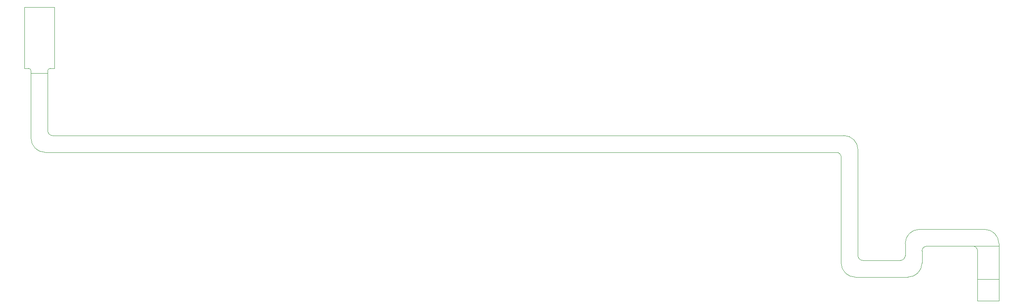
<source format=gm1>
G04*
G04 #@! TF.GenerationSoftware,Altium Limited,Altium Designer,19.1.8 (144)*
G04*
G04 Layer_Color=16711935*
%FSLAX43Y43*%
%MOMM*%
G71*
G01*
G75*
%ADD13C,0.013*%
D13*
X0Y10528D02*
G03*
X-1000Y11528I-1000J0D01*
G01*
X4500Y12088D02*
G03*
X1500Y15088I-3000J0D01*
G01*
X-10752Y11528D02*
G03*
X-11752Y10528I0J-1000D01*
G01*
X-12312Y15088D02*
G03*
X-15312Y12088I0J-3000D01*
G01*
X-14752Y4972D02*
G03*
X-11752Y7972I0J3000D01*
G01*
X-16312Y8528D02*
G03*
X-15312Y9528I0J1000D01*
G01*
X-25312D02*
G03*
X-24312Y8528I1000J0D01*
G01*
X-28868Y7972D02*
G03*
X-25868Y4972I3000J0D01*
G01*
X-28868Y30388D02*
G03*
X-29868Y31388I-1000J0D01*
G01*
X-25312Y31944D02*
G03*
X-28312Y34944I-3000J0D01*
G01*
X-196762Y35944D02*
G03*
X-195762Y34944I1000J0D01*
G01*
X-200318Y34388D02*
G03*
X-197318Y31388I3000J0D01*
G01*
X-200318Y48668D02*
G03*
X-200818Y49168I-500J0D01*
G01*
X-196262D02*
G03*
X-196762Y48668I0J-500D01*
G01*
X-196262Y49168D02*
X-195365D01*
X-201715Y62122D02*
X-195365D01*
X-201715Y49168D02*
Y62122D01*
Y49168D02*
X-200818D01*
X-195365D02*
Y62122D01*
X-200318Y34388D02*
Y48668D01*
X-196762Y35944D02*
Y48668D01*
X-195762Y34944D02*
X-28312D01*
X-197318Y31388D02*
X-29868D01*
X-25312Y9528D02*
Y31944D01*
X-24312Y8528D02*
X-16312D01*
X-28868Y7972D02*
Y30388D01*
X-25868Y4972D02*
X-14752D01*
X-15312Y9528D02*
Y12088D01*
X-12312Y15088D02*
X1500D01*
X4500Y0D02*
Y12088D01*
X0Y0D02*
X4500D01*
X0D02*
Y10528D01*
X-10752Y11528D02*
X-1000D01*
X-11752Y7972D02*
Y10528D01*
X0Y4500D02*
X4500D01*
X-1000Y11528D02*
X4500D01*
X-200318Y48168D02*
X-196762D01*
M02*

</source>
